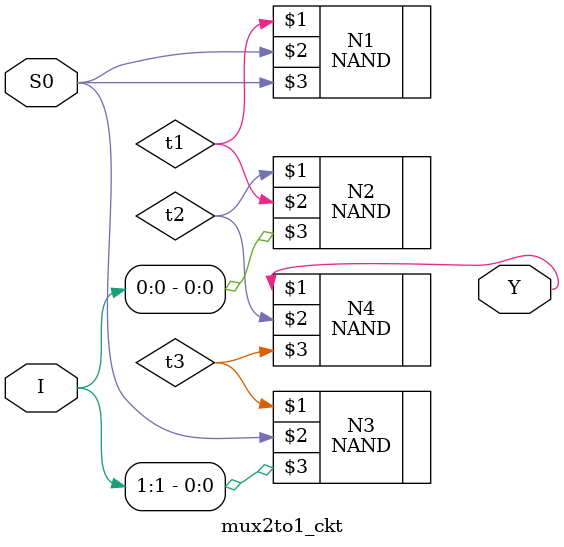
<source format=v>
module mux2to1_ckt(Y,I,S0);
     input [1:0]I;input S0;output Y ;
     wire t1,t2,t3;
     NAND N1(t1,S0,S0);
     NAND N2(t2,t1,I[0]);
     NAND N3(t3,S0,I[1]);
     NAND N4(Y,t2,t3);
endmodule
     
     

</source>
